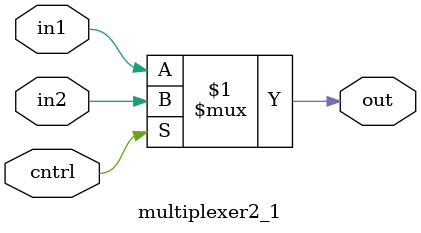
<source format=v>
module multiplexer2_1(
    out,
    cntrl,
    in1,
    in2
);
    input cntrl, in1, in2;
    output out;
    assign out = cntrl ? in2 : in1;

endmodule 
</source>
